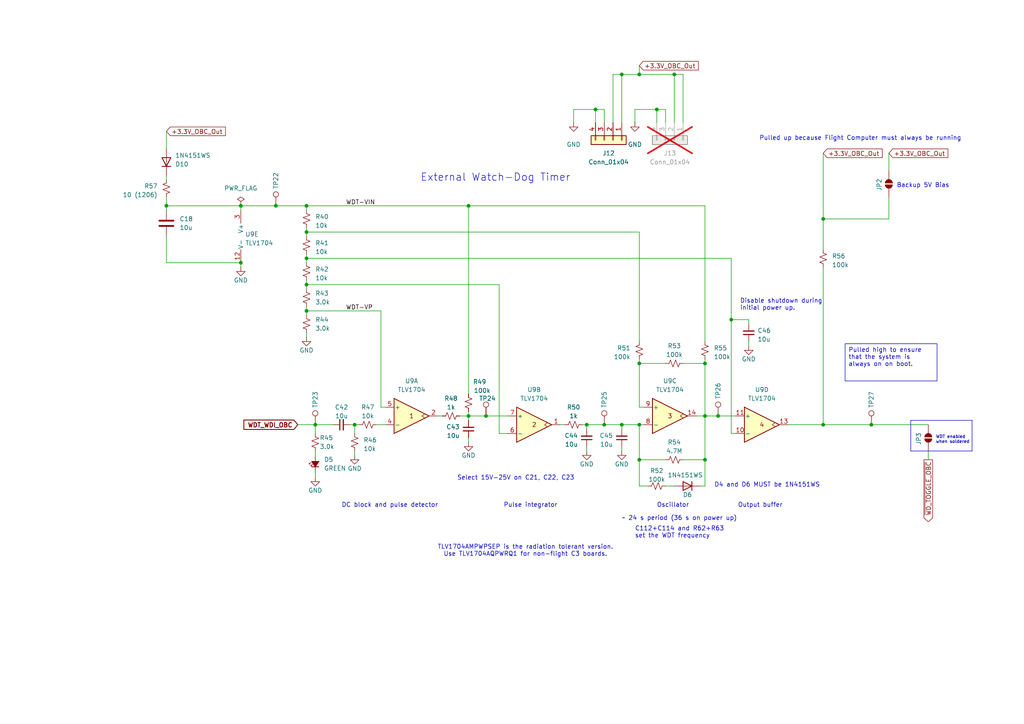
<source format=kicad_sch>
(kicad_sch (version 20250114) (generator "eeschema") (generator_version "9.0")
  (paper "A4")
  (lib_symbols
    (symbol "Connector:TestPoint" (pin_numbers (hide yes)) (pin_names (offset 0.762) (hide yes))
      (property "Reference" "TP" (at 0 6.858 0))
      (property "Value" "TestPoint" (at 0 5.08 0))
      (symbol "TestPoint_0_1"
        (circle (center 0 3.302) (radius 0.762))
      )
      (symbol "TestPoint_1_1"
        (pin passive line (at 0 0 90) (length 2.54) (name "1") (number "1"))
      )
    )
    (symbol "Connector_Generic:Conn_01x04" (pin_names (offset 1.016) (hide yes))
      (property "Reference" "J" (at 0 5.08 0))
      (property "Value" "Conn_01x04" (at 0 -7.62 0))
      (symbol "Conn_01x04_1_1"
        (rectangle (start -1.27 3.81) (end 1.27 -6.35) (stroke (width 0.254)) (fill (type background)))
        (rectangle (start -1.27 2.667) (end 0 2.413) (stroke (width 0.1524)))
        (rectangle (start -1.27 0.127) (end 0 -0.127) (stroke (width 0.1524)))
        (rectangle (start -1.27 -2.413) (end 0 -2.667) (stroke (width 0.1524)))
        (rectangle (start -1.27 -4.953) (end 0 -5.207) (stroke (width 0.1524)))
        (pin passive line (at -5.08 2.54 0) (length 3.81) (name "Pin_1") (number "1"))
        (pin passive line (at -5.08 0 0) (length 3.81) (name "Pin_2") (number "2"))
        (pin passive line (at -5.08 -2.54 0) (length 3.81) (name "Pin_3") (number "3"))
        (pin passive line (at -5.08 -5.08 0) (length 3.81) (name "Pin_4") (number "4"))
      )
    )
    (symbol "Device:C" (pin_numbers (hide yes)) (pin_names (offset 0.254))
      (property "Reference" "C" (at 0.635 2.54 0))
      (property "Value" "C" (at 0.635 -2.54 0))
      (symbol "C_0_1"
        (polyline (pts (xy -2.032 0.762) (xy 2.032 0.762)) (stroke (width 0.508)))
        (polyline (pts (xy -2.032 -0.762) (xy 2.032 -0.762)) (stroke (width 0.508)))
      )
      (symbol "C_1_1"
        (pin passive line (at 0 3.81 270) (length 2.794) (name "~") (number "1"))
        (pin passive line (at 0 -3.81 90) (length 2.794) (name "~") (number "2"))
      )
    )
    (symbol "Device:C_Small" (pin_numbers (hide yes)) (pin_names (offset 0.254) (hide yes))
      (property "Reference" "C" (at 0.254 1.778 0))
      (property "Value" "C_Small" (at 0.254 -2.032 0))
      (symbol "C_Small_0_1"
        (polyline (pts (xy -1.524 0.508) (xy 1.524 0.508)) (stroke (width 0.3048)))
        (polyline (pts (xy -1.524 -0.508) (xy 1.524 -0.508)) (stroke (width 0.3302)))
      )
      (symbol "C_Small_1_1"
        (pin passive line (at 0 2.54 270) (length 2.032) (name "~") (number "1"))
        (pin passive line (at 0 -2.54 90) (length 2.032) (name "~") (number "2"))
      )
    )
    (symbol "Device:D" (pin_numbers (hide yes)) (pin_names (offset 1.016) (hide yes))
      (property "Reference" "D" (at 0 2.54 0))
      (property "Value" "D" (at 0 -2.54 0))
      (symbol "D_0_1"
        (polyline (pts (xy -1.27 1.27) (xy -1.27 -1.27)) (stroke (width 0.254)))
        (polyline (pts (xy 1.27 1.27) (xy 1.27 -1.27) (xy -1.27 0) (xy 1.27 1.27)) (stroke (width 0.254)))
        (polyline (pts (xy 1.27 0) (xy -1.27 0)))
      )
      (symbol "D_1_1"
        (pin passive line (at -3.81 0 0) (length 2.54) (name "K") (number "1"))
        (pin passive line (at 3.81 0 180) (length 2.54) (name "A") (number "2"))
      )
    )
    (symbol "Device:LED_Small_Filled" (pin_numbers (hide yes)) (pin_names (offset 0.254) (hide yes))
      (property "Reference" "D" (at -1.27 3.175 0))
      (property "Value" "LED_Small_Filled" (at -4.445 -2.54 0))
      (symbol "LED_Small_Filled_0_1"
        (polyline (pts (xy -0.762 -1.016) (xy -0.762 1.016)) (stroke (width 0.254)))
        (polyline (pts (xy 0 0.762) (xy -0.508 1.27) (xy -0.254 1.27) (xy -0.508 1.27) (xy -0.508 1.016)))
        (polyline (pts (xy 0.508 1.27) (xy 0 1.778) (xy 0.254 1.778) (xy 0 1.778) (xy 0 1.524)))
        (polyline (pts (xy 0.762 -1.016) (xy -0.762 0) (xy 0.762 1.016) (xy 0.762 -1.016)) (stroke (width 0.254)) (fill (type outline)))
        (polyline (pts (xy 1.016 0) (xy -0.762 0)))
      )
      (symbol "LED_Small_Filled_1_1"
        (pin passive line (at -2.54 0 0) (length 1.778) (name "K") (number "1"))
        (pin passive line (at 2.54 0 180) (length 1.778) (name "A") (number "2"))
      )
    )
    (symbol "Device:R_Small_US" (pin_numbers (hide yes)) (pin_names (offset 0.254) (hide yes))
      (property "Reference" "R" (at 0.762 0.508 0))
      (property "Value" "R_Small_US" (at 0.762 -1.016 0))
      (symbol "R_Small_US_1_1"
        (polyline (pts (xy 0 1.524) (xy 1.016 1.143) (xy 0 0.762) (xy -1.016 0.381) (xy 0 0)))
        (polyline (pts (xy 0 0) (xy 1.016 -0.381) (xy 0 -0.762) (xy -1.016 -1.143) (xy 0 -1.524)))
        (pin passive line (at 0 2.54 270) (length 1.016) (name "~") (number "1"))
        (pin passive line (at 0 -2.54 90) (length 1.016) (name "~") (number "2"))
      )
    )
    (symbol "Jumper:SolderJumper_2_Open" (pin_numbers (hide yes)) (pin_names (offset 0) (hide yes)) (exclude_from_sim yes) (in_bom no)
      (property "Reference" "JP" (at 0 2.032 0))
      (property "Value" "SolderJumper_2_Open" (at 0 -2.54 0))
      (symbol "SolderJumper_2_Open_0_1"
        (polyline (pts (xy -0.254 1.016) (xy -0.254 -1.016)))
        (arc (start -0.254 -1.016) (mid -1.2656 0) (end -0.254 1.016))
        (arc (start -0.254 -1.016) (mid -1.2656 0) (end -0.254 1.016) (fill (type outline)))
        (arc (start 0.254 1.016) (mid 1.2656 0) (end 0.254 -1.016))
        (arc (start 0.254 1.016) (mid 1.2656 0) (end 0.254 -1.016) (fill (type outline)))
        (polyline (pts (xy 0.254 1.016) (xy 0.254 -1.016)))
      )
      (symbol "SolderJumper_2_Open_1_1"
        (pin passive line (at -3.81 0 0) (length 2.54) (name "A") (number "1"))
        (pin passive line (at 3.81 0 180) (length 2.54) (name "B") (number "2"))
      )
    )
    (symbol "TLV1704:TLV1704AIPWR" (pin_names (offset 0.127))
      (property "Reference" "U4" (at 0 8.89 0))
      (property "Value" "TLV1704" (at 0 6.35 0))
      (symbol "TLV1704AIPWR_1_1"
        (polyline (pts (xy -5.08 5.08) (xy 5.08 0) (xy -5.08 -5.08) (xy -5.08 5.08)) (stroke (width 0.254)) (fill (type background)))
        (polyline (pts (xy 3.048 0) (xy 3.81 -0.635)))
        (polyline (pts (xy 3.81 0.635) (xy 3.048 0)))
        (text "1" (at 0 0 0) (effects (font (size 1.27 1.27))))
        (pin input line (at -7.62 2.54 0) (length 2.54) (name "+") (number "5"))
        (pin input line (at -7.62 -2.54 0) (length 2.54) (name "-") (number "4"))
        (pin open_collector line (at 7.62 0 180) (length 2.54) (name "~") (number "2"))
      )
      (symbol "TLV1704AIPWR_2_1"
        (polyline (pts (xy -5.08 5.08) (xy 5.08 0) (xy -5.08 -5.08) (xy -5.08 5.08)) (stroke (width 0.254)) (fill (type background)))
        (polyline (pts (xy 3.048 0) (xy 3.81 -0.635)))
        (polyline (pts (xy 3.81 0.635) (xy 3.048 0)))
        (text "2" (at 0 0 0) (effects (font (size 1.27 1.27))))
        (pin input line (at -7.62 2.54 0) (length 2.54) (name "+") (number "7"))
        (pin input line (at -7.62 -2.54 0) (length 2.54) (name "-") (number "6"))
        (pin open_collector line (at 7.62 0 180) (length 2.54) (name "~") (number "1"))
      )
      (symbol "TLV1704AIPWR_3_1"
        (polyline (pts (xy -5.08 5.08) (xy 5.08 0) (xy -5.08 -5.08) (xy -5.08 5.08)) (stroke (width 0.254)) (fill (type background)))
        (polyline (pts (xy 3.048 0) (xy 3.81 -0.635)))
        (polyline (pts (xy 3.81 0.635) (xy 3.048 0)))
        (text "3" (at 0 0 0) (effects (font (size 1.27 1.27))))
        (pin input line (at -7.62 2.54 0) (length 2.54) (name "+") (number "9"))
        (pin input line (at -7.62 -2.54 0) (length 2.54) (name "-") (number "8"))
        (pin open_collector line (at 7.62 0 180) (length 2.54) (name "~") (number "14"))
      )
      (symbol "TLV1704AIPWR_4_1"
        (polyline (pts (xy -5.08 5.08) (xy 5.08 0) (xy -5.08 -5.08) (xy -5.08 5.08)) (stroke (width 0.254)) (fill (type background)))
        (polyline (pts (xy 3.048 0) (xy 3.81 -0.635)))
        (polyline (pts (xy 3.81 0.635) (xy 3.048 0)))
        (text "4" (at 0 0 0) (effects (font (size 1.27 1.27))))
        (pin input line (at -7.62 2.54 0) (length 2.54) (name "+") (number "11"))
        (pin input line (at -7.62 -2.54 0) (length 2.54) (name "-") (number "10"))
        (pin open_collector line (at 7.62 0 180) (length 2.54) (name "~") (number "13"))
      )
      (symbol "TLV1704AIPWR_5_1"
        (pin power_in line (at -2.54 7.62 270) (length 3.81) (name "V+") (number "3"))
        (pin power_in line (at -2.54 -7.62 90) (length 3.81) (name "V-") (number "12"))
      )
    )
    (symbol "power:GND" (power) (pin_numbers (hide yes)) (pin_names (offset 0) (hide yes))
      (property "Value" "GND" (at 0 -3.81 0))
      (symbol "GND_0_1"
        (polyline (pts (xy 0 0) (xy 0 -1.27) (xy 1.27 -1.27) (xy 0 -2.54) (xy -1.27 -1.27) (xy 0 -1.27)))
      )
      (symbol "GND_1_1"
        (pin power_in line (at 0 0 270) (length 0) (name "~") (number "1"))
      )
    )
    (symbol "power:PWR_FLAG" (power) (pin_numbers (hide yes)) (pin_names (offset 0) (hide yes))
      (property "Value" "PWR_FLAG" (at 0 3.81 0))
      (symbol "PWR_FLAG_0_0"
        (pin power_out line (at 0 0 90) (length 0) (name "~") (number "1"))
      )
      (symbol "PWR_FLAG_0_1"
        (polyline (pts (xy 0 0) (xy 0 1.27) (xy -1.016 1.905) (xy 0 2.54) (xy 1.016 1.905) (xy 0 1.27)))
      )
    )
  )
  (text "TLV1704AMPWPSEP is the radiation tolerant version.\nUse TLV1704AQPWRQ1 for non-flight C3 boards." (at 152.4 159.766 0) (effects (font (size 1.27 1.27))))
  (text "Backup 5V Bias" (at 267.716 53.848 0) (effects (font (size 1.27 1.27))))
  (text "Pulled up because Flight Computer must always be running" (at 220.218 40.894 0) (effects (font (size 1.27 1.27)) (justify left bottom)))
  (text "Oscillator" (at 190.5 147.32 0) (effects (font (size 1.27 1.27)) (justify left bottom)))
  (text "External Watch-Dog Timer" (at 121.92 52.832 0) (effects (font (size 2.159 2.159)) (justify left bottom)))
  (text "Disable shutdown during\ninitial power up." (at 214.63 90.17 0) (effects (font (size 1.27 1.27)) (justify left bottom)))
  (text "Pulse integrator" (at 146.05 147.32 0) (effects (font (size 1.27 1.27)) (justify left bottom)))
  (text "C112+C114 and R62+R63 \nset the WDT frequency" (at 184.15 156.21 0) (effects (font (size 1.27 1.27)) (justify left bottom)))
  (text "~ 24 s period (36 s on power up)" (at 180.34 151.13 0) (effects (font (size 1.27 1.27)) (justify left bottom)))
  (text "D4 and D6 MUST be 1N4151WS" (at 222.504 140.716 0) (effects (font (size 1.27 1.27))))
  (text "Select 15V-25V on C21, C22, C23" (at 149.606 138.684 0) (effects (font (size 1.27 1.27))))
  (text "Output buffer" (at 213.995 147.32 0) (effects (font (size 1.27 1.27)) (justify left bottom)))
  (text "WDT enabled\nwhen soldered" (at 271.399 128.778 0) (effects (font (size 0.889 0.889)) (justify left bottom)))
  (text "DC block and pulse detector" (at 99.06 147.32 0) (effects (font (size 1.27 1.27)) (justify left bottom)))
  (text_box "Pulled high to ensure that the system is always on on boot." (at 245.11 99.695 0) (size 26.67 10.795) (margins 0.9525 0.9525 0.9525 0.9525) (effects (font (size 1.27 1.27)) (justify left top)))
  (junction (at 80.01 59.69))
  (junction (at 238.76 63.5))
  (junction (at 140.97 120.65))
  (junction (at 102.87 123.19))
  (junction (at 180.34 21.59))
  (junction (at 204.47 120.65))
  (junction (at 88.9 74.93))
  (junction (at 204.47 105.41))
  (junction (at 88.9 90.17))
  (junction (at 204.47 133.35))
  (junction (at 185.42 105.41))
  (junction (at 185.42 133.35))
  (junction (at 180.34 123.19))
  (junction (at 172.72 31.75))
  (junction (at 135.89 59.69))
  (junction (at 195.58 21.59))
  (junction (at 48.26 59.69))
  (junction (at 185.42 123.19))
  (junction (at 88.9 59.69))
  (junction (at 91.44 123.19))
  (junction (at 175.26 123.19))
  (junction (at 69.85 59.69))
  (junction (at 170.18 123.19))
  (junction (at 69.85 76.2))
  (junction (at 212.09 92.71))
  (junction (at 190.5 31.75))
  (junction (at 185.42 21.59))
  (junction (at 208.28 120.65))
  (junction (at 252.73 123.19))
  (junction (at 135.89 120.65))
  (junction (at 88.9 67.31))
  (junction (at 238.76 123.19))
  (junction (at 88.9 82.55))
  (wire (pts (xy 88.9 82.55) (xy 88.9 83.82)))
  (wire (pts (xy 257.81 44.45) (xy 257.81 49.53)))
  (wire (pts (xy 208.28 120.65) (xy 213.36 120.65)))
  (wire (pts (xy 88.9 90.17) (xy 88.9 91.44)))
  (wire (pts (xy 217.17 100.33) (xy 217.17 99.06)))
  (wire (pts (xy 140.97 120.65) (xy 147.32 120.65)))
  (wire (pts (xy 172.72 31.75) (xy 166.37 31.75)))
  (wire (pts (xy 48.26 59.69) (xy 48.26 60.96)))
  (wire (pts (xy 180.34 123.19) (xy 185.42 123.19)))
  (wire (pts (xy 69.85 77.47) (xy 69.85 76.2)))
  (wire (pts (xy 180.34 21.59) (xy 185.42 21.59)))
  (wire (pts (xy 88.9 90.17) (xy 110.49 90.17)))
  (wire (pts (xy 135.89 120.65) (xy 140.97 120.65)))
  (wire (pts (xy 204.47 140.97) (xy 204.47 133.35)))
  (wire (pts (xy 88.9 82.55) (xy 144.78 82.55)))
  (wire (pts (xy 110.49 90.17) (xy 110.49 118.11)))
  (wire (pts (xy 162.56 123.19) (xy 163.83 123.19)))
  (wire (pts (xy 88.9 67.31) (xy 185.42 67.31)))
  (wire (pts (xy 184.15 31.75) (xy 184.15 35.56)))
  (wire (pts (xy 212.09 92.71) (xy 217.17 92.71)))
  (wire (pts (xy 88.9 81.28) (xy 88.9 82.55)))
  (wire (pts (xy 177.8 21.59) (xy 180.34 21.59)))
  (wire (pts (xy 190.5 35.56) (xy 190.5 31.75)))
  (wire (pts (xy 212.09 92.71) (xy 212.09 125.73)))
  (wire (pts (xy 86.36 123.19) (xy 91.44 123.19)))
  (wire (pts (xy 204.47 104.14) (xy 204.47 105.41)))
  (wire (pts (xy 238.76 123.19) (xy 252.73 123.19)))
  (wire (pts (xy 217.17 93.98) (xy 217.17 92.71)))
  (wire (pts (xy 201.93 120.65) (xy 204.47 120.65)))
  (wire (pts (xy 48.26 76.2) (xy 69.85 76.2)))
  (wire (pts (xy 177.8 35.56) (xy 177.8 21.59)))
  (wire (pts (xy 102.87 130.81) (xy 102.87 132.08)))
  (wire (pts (xy 204.47 105.41) (xy 204.47 120.65)))
  (wire (pts (xy 133.35 120.65) (xy 135.89 120.65)))
  (wire (pts (xy 190.5 31.75) (xy 184.15 31.75)))
  (wire (pts (xy 175.26 31.75) (xy 175.26 35.56)))
  (wire (pts (xy 185.42 140.97) (xy 187.96 140.97)))
  (wire (pts (xy 198.12 35.56) (xy 198.12 21.59)))
  (wire (pts (xy 269.24 130.81) (xy 269.24 133.35)))
  (wire (pts (xy 238.76 63.5) (xy 238.76 72.39)))
  (wire (pts (xy 88.9 88.9) (xy 88.9 90.17)))
  (wire (pts (xy 228.6 123.19) (xy 238.76 123.19)))
  (wire (pts (xy 185.42 104.14) (xy 185.42 105.41)))
  (wire (pts (xy 238.76 44.45) (xy 238.76 63.5)))
  (wire (pts (xy 172.72 35.56) (xy 172.72 31.75)))
  (wire (pts (xy 204.47 120.65) (xy 208.28 120.65)))
  (wire (pts (xy 48.26 38.1) (xy 48.26 43.18)))
  (wire (pts (xy 185.42 140.97) (xy 185.42 133.35)))
  (wire (pts (xy 135.89 128.27) (xy 135.89 127)))
  (wire (pts (xy 88.9 73.66) (xy 88.9 74.93)))
  (wire (pts (xy 91.44 125.73) (xy 91.44 123.19)))
  (wire (pts (xy 257.81 63.5) (xy 238.76 63.5)))
  (wire (pts (xy 170.18 123.19) (xy 175.26 123.19)))
  (wire (pts (xy 185.42 99.06) (xy 185.42 67.31)))
  (wire (pts (xy 91.44 130.81) (xy 91.44 132.08)))
  (polyline (pts (xy 264.16 121.92) (xy 281.94 121.92)))
  (polyline (pts (xy 264.16 130.81) (xy 264.16 121.92)))
  (wire (pts (xy 193.04 31.75) (xy 193.04 35.56)))
  (wire (pts (xy 185.42 118.11) (xy 185.42 105.41)))
  (wire (pts (xy 193.04 133.35) (xy 185.42 133.35)))
  (wire (pts (xy 135.89 59.69) (xy 135.89 114.3)))
  (wire (pts (xy 135.89 120.65) (xy 135.89 121.92)))
  (wire (pts (xy 102.87 123.19) (xy 102.87 125.73)))
  (wire (pts (xy 48.26 50.8) (xy 48.26 52.07)))
  (wire (pts (xy 80.01 59.69) (xy 88.9 59.69)))
  (wire (pts (xy 257.81 57.15) (xy 257.81 63.5)))
  (wire (pts (xy 135.89 120.65) (xy 135.89 119.38)))
  (wire (pts (xy 203.2 140.97) (xy 204.47 140.97)))
  (wire (pts (xy 212.09 74.93) (xy 212.09 92.71)))
  (wire (pts (xy 198.12 133.35) (xy 204.47 133.35)))
  (wire (pts (xy 88.9 74.93) (xy 212.09 74.93)))
  (wire (pts (xy 69.85 60.96) (xy 69.85 59.69)))
  (wire (pts (xy 69.85 59.69) (xy 80.01 59.69)))
  (wire (pts (xy 88.9 67.31) (xy 88.9 68.58)))
  (wire (pts (xy 238.76 77.47) (xy 238.76 123.19)))
  (wire (pts (xy 48.26 57.15) (xy 48.26 59.69)))
  (wire (pts (xy 88.9 96.52) (xy 88.9 97.79)))
  (wire (pts (xy 135.89 59.69) (xy 88.9 59.69)))
  (wire (pts (xy 170.18 123.19) (xy 170.18 124.46)))
  (wire (pts (xy 198.12 105.41) (xy 204.47 105.41)))
  (wire (pts (xy 180.34 124.46) (xy 180.34 123.19)))
  (wire (pts (xy 135.89 59.69) (xy 204.47 59.69)))
  (polyline (pts (xy 281.94 121.92) (xy 281.94 130.81)))
  (wire (pts (xy 88.9 60.96) (xy 88.9 59.69)))
  (wire (pts (xy 91.44 138.43) (xy 91.44 137.16)))
  (wire (pts (xy 185.42 133.35) (xy 185.42 123.19)))
  (wire (pts (xy 88.9 74.93) (xy 88.9 76.2)))
  (wire (pts (xy 144.78 125.73) (xy 147.32 125.73)))
  (wire (pts (xy 180.34 130.81) (xy 180.34 129.54)))
  (wire (pts (xy 144.78 82.55) (xy 144.78 125.73)))
  (wire (pts (xy 252.73 123.19) (xy 269.24 123.19)))
  (wire (pts (xy 185.42 105.41) (xy 193.04 105.41)))
  (wire (pts (xy 166.37 31.75) (xy 166.37 35.56)))
  (wire (pts (xy 127 120.65) (xy 128.27 120.65)))
  (wire (pts (xy 48.26 68.58) (xy 48.26 76.2)))
  (wire (pts (xy 168.91 123.19) (xy 170.18 123.19)))
  (wire (pts (xy 195.58 21.59) (xy 185.42 21.59)))
  (wire (pts (xy 190.5 31.75) (xy 193.04 31.75)))
  (wire (pts (xy 172.72 31.75) (xy 175.26 31.75)))
  (wire (pts (xy 170.18 130.81) (xy 170.18 129.54)))
  (wire (pts (xy 186.69 118.11) (xy 185.42 118.11)))
  (wire (pts (xy 198.12 21.59) (xy 195.58 21.59)))
  (wire (pts (xy 101.6 123.19) (xy 102.87 123.19)))
  (wire (pts (xy 102.87 123.19) (xy 104.14 123.19)))
  (wire (pts (xy 204.47 99.06) (xy 204.47 59.69)))
  (wire (pts (xy 193.04 140.97) (xy 195.58 140.97)))
  (wire (pts (xy 195.58 35.56) (xy 195.58 21.59)))
  (wire (pts (xy 48.26 59.69) (xy 69.85 59.69)))
  (wire (pts (xy 185.42 21.59) (xy 185.42 19.05)))
  (wire (pts (xy 212.09 125.73) (xy 213.36 125.73)))
  (wire (pts (xy 204.47 133.35) (xy 204.47 120.65)))
  (wire (pts (xy 175.26 123.19) (xy 180.34 123.19)))
  (wire (pts (xy 180.34 21.59) (xy 180.34 35.56)))
  (wire (pts (xy 88.9 66.04) (xy 88.9 67.31)))
  (polyline (pts (xy 281.94 130.81) (xy 264.16 130.81)))
  (wire (pts (xy 185.42 123.19) (xy 186.69 123.19)))
  (wire (pts (xy 91.44 123.19) (xy 96.52 123.19)))
  (wire (pts (xy 110.49 118.11) (xy 111.76 118.11)))
  (wire (pts (xy 109.22 123.19) (xy 111.76 123.19)))
  (label "WDT-VP" (at 100.33 90.17 0))
  (label "WDT-VIN" (at 100.33 59.69 0))
  (global_label "+3.3V_OBC_Out" (shape input) (at 238.76 44.45 0) (property "Intersheetrefs" "${INTERSHEET_REFS}" (effects (hide yes))))
  (global_label "~{WD_TOGGLE_OBC}" (shape output) (at 269.24 133.35 270) (property "Intersheetrefs" "${INTERSHEET_REFS}" (effects (hide yes))))
  (global_label "WDT_WDI_OBC" (shape input) (at 86.36 123.19 180) (effects (font (thickness 0.254) (bold yes))) (property "Intersheetrefs" "${INTERSHEET_REFS}" (effects (hide yes))))
  (global_label "+3.3V_OBC_Out" (shape input) (at 48.26 38.1 0) (property "Intersheetrefs" "${INTERSHEET_REFS}" (effects (hide yes))))
  (global_label "+3.3V_OBC_Out" (shape input) (at 185.42 19.05 0) (property "Intersheetrefs" "${INTERSHEET_REFS}" (effects (hide yes))))
  (global_label "+3.3V_OBC_Out" (shape input) (at 257.81 44.45 0) (property "Intersheetrefs" "${INTERSHEET_REFS}" (effects (hide yes))))
  (symbol (lib_id "Device:R_Small_US") (at 88.9 78.74 0) (unit 1)
    (property "Reference" "R42" (at 91.44 78.105 0) (effects (justify left)))
    (property "Value" "10k" (at 91.44 80.645 0) (effects (justify left)))
    (property "Footprint" "Resistor_SMD:R_0603_1608Metric" (effects (hide yes)))
    (property "Description" "Resistor, small US symbol" (effects (hide yes)))
    (property "DPN" "RMCF0603FT10K0CT-ND" (effects (hide yes)))
    (property "DST" "Digi-Key" (effects (hide yes)))
    (property "MFR" "Stackpole Electronics Inc" (effects (hide yes)))
    (property "MPN" "RMCF0603FT10K0" (effects (hide yes)))
  )
  (symbol (lib_id "Connector:TestPoint") (at 140.97 120.65 0) (unit 1)
    (property "Reference" "TP24" (at 138.938 115.57 0) (effects (justify left)))
    (property "Value" "TestPoint" (effects (hide yes)))
    (property "Footprint" "TestPoint:TestPoint_Pad_1.0x1.0mm" (effects (hide yes)))
    (property "Description" "test point" (effects (hide yes)))
  )
  (symbol (lib_id "TLV1704:TLV1704AIPWR") (at 154.94 123.19 0) (unit 2)
    (property "Reference" "U9" (at 154.94 113.03 0))
    (property "Value" "TLV1704" (at 154.94 115.57 0))
    (property "Footprint" "Package_SO:TSSOP-14_4.4x5mm_P0.65mm" (effects (hide yes)))
    (property "Datasheet" "https://www.ti.com/lit/ds/symlink/tlv1704-sep.pdf" (effects (hide yes)))
    (property "Description" "Analog Comparators 2.2-V to 36-V, radiation tolerant microPower quad comparator in space enhanced plastic 14-TSSOP -55 to 125" (effects (hide yes)))
    (property "MFR" "Texas Instruments" (effects (hide yes)))
    (property "MPN" "TLV1704AQPWRQ1" (effects (hide yes)))
    (property "DST" "Digi-Key" (effects (hide yes)))
    (property "DPN" "296-43799-2-ND" (effects (hide yes)))
  )
  (symbol (lib_id "Device:R_Small_US") (at 195.58 133.35 270) (unit 1)
    (property "Reference" "R54" (at 195.58 128.27 90))
    (property "Value" "4.7M" (at 195.58 130.81 90))
    (property "Footprint" "Resistor_SMD:R_0603_1608Metric" (effects (hide yes)))
    (property "Description" "Resistor, small US symbol" (effects (hide yes)))
    (property "DPN" "RMCF0603FT4M70CT-ND" (effects (hide yes)))
    (property "DST" "Digi-Key" (effects (hide yes)))
    (property "MFR" "Stackpole Electronics Inc" (effects (hide yes)))
    (property "MPN" "RMCF0603FT4M70" (effects (hide yes)))
  )
  (symbol (lib_id "power:PWR_FLAG") (at 69.85 59.69 0) (unit 1)
    (property "Reference" "#FLG010" (effects (hide yes)))
    (property "Value" "PWR_FLAG" (at 69.85 54.61 0))
    (property "Description" "Special symbol for telling ERC where power comes from" (effects (hide yes)))
  )
  (symbol (lib_id "Device:R_Small_US") (at 190.5 140.97 270) (unit 1)
    (property "Reference" "R52" (at 190.5 136.525 90))
    (property "Value" "100k" (at 190.5 139.065 90))
    (property "Footprint" "Resistor_SMD:R_0603_1608Metric" (effects (hide yes)))
    (property "Description" "Resistor, small US symbol" (effects (hide yes)))
    (property "DPN" "RMCF0603FT100KCT-ND" (effects (hide yes)))
    (property "DST" "Digi-Key" (effects (hide yes)))
    (property "MFR" "Stackpole Electronics Inc" (effects (hide yes)))
    (property "MPN" "RMCF0603FT100K" (effects (hide yes)))
  )
  (symbol (lib_id "Jumper:SolderJumper_2_Open") (at 257.81 53.34 270) (unit 1)
    (property "Reference" "JP2" (at 255.016 53.594 0))
    (property "Value" "SolderJumper_2_Open" (effects (hide yes)))
    (property "Footprint" "Jumper:SolderJumper-2_P1.3mm_Open_RoundedPad1.0x1.5mm" (effects (hide yes)))
    (property "Description" "Solder Jumper, 2-pole, open" (effects (hide yes)))
  )
  (symbol (lib_id "power:GND") (at 102.87 132.08 0) (unit 1)
    (property "Reference" "#PWR052" (effects (hide yes)))
    (property "Value" "GND" (at 102.87 135.89 0))
    (property "Description" "Power symbol creates a global label with name \"GND\" , ground" (effects (hide yes)))
  )
  (symbol (lib_id "Device:LED_Small_Filled") (at 91.44 134.62 90) (unit 1)
    (property "Reference" "D5" (at 93.98 133.2865 90) (effects (justify right)))
    (property "Value" "GREEN" (at 93.98 135.8265 90) (effects (justify right)))
    (property "Footprint" "LED_SMD:LED_0603_1608Metric" (effects (hide yes)))
    (property "Description" "Light emitting diode, small symbol, filled shape" (effects (hide yes)))
    (property "DPN" "732-4971-1-ND" (effects (hide yes)))
    (property "DST" "Digi-Key" (effects (hide yes)))
    (property "MFR" "Wurth" (effects (hide yes)))
    (property "MPN" "150060GS75000" (effects (hide yes)))
    (property "Sim.Pins" "1=K 2=A" (effects (hide yes)))
  )
  (symbol (lib_id "Device:R_Small_US") (at 195.58 105.41 90) (unit 1)
    (property "Reference" "R53" (at 195.58 100.33 90))
    (property "Value" "100k" (at 195.58 102.87 90))
    (property "Footprint" "Resistor_SMD:R_0603_1608Metric" (effects (hide yes)))
    (property "Description" "Resistor, small US symbol" (effects (hide yes)))
    (property "DPN" "RMCF0603FT100KCT-ND" (effects (hide yes)))
    (property "DST" "Digi-Key" (effects (hide yes)))
    (property "MFR" "Stackpole Electronics Inc" (effects (hide yes)))
    (property "MPN" "RMCF0603FT100K" (effects (hide yes)))
  )
  (symbol (lib_id "Device:R_Small_US") (at 130.81 120.65 90) (unit 1)
    (property "Reference" "R48" (at 130.81 115.57 90))
    (property "Value" "1k" (at 130.81 118.11 90))
    (property "Footprint" "Resistor_SMD:R_0603_1608Metric" (effects (hide yes)))
    (property "Description" "Resistor, small US symbol" (effects (hide yes)))
    (property "DPN" "RMCF0603FT1K00CT-ND" (effects (hide yes)))
    (property "DST" "Digi-Key" (effects (hide yes)))
    (property "MFR" "Stackpole Electronics Inc" (effects (hide yes)))
    (property "MPN" "RMCF0603FT1K00" (effects (hide yes)))
  )
  (symbol (lib_id "power:GND") (at 69.85 77.47 0) (mirror y) (unit 1)
    (property "Reference" "#PWR049" (effects (hide yes)))
    (property "Value" "GND" (at 69.85 81.28 0))
    (property "Description" "Power symbol creates a global label with name \"GND\" , ground" (effects (hide yes)))
  )
  (symbol (lib_id "Connector_Generic:Conn_01x04") (at 195.58 40.64 270) (unit 1) (on_board no) (dnp yes)
    (property "Reference" "J13" (at 194.31 44.45 90))
    (property "Value" "Conn_01x04" (at 194.31 46.99 90))
    (property "Footprint" "Connector_PinSocket_2.54mm:PinSocket_1x04_P2.54mm_Vertical" (effects (hide yes)))
    (property "Description" "Generic connector, single row, 01x04, script generated (kicad-library-utils/schlib/autogen/connector/)" (effects (hide yes)))
  )
  (symbol (lib_id "Device:R_Small_US") (at 88.9 93.98 0) (unit 1)
    (property "Reference" "R44" (at 91.44 92.71 0) (effects (justify left)))
    (property "Value" "3.0k" (at 91.44 95.25 0) (effects (justify left)))
    (property "Footprint" "Resistor_SMD:R_0603_1608Metric" (effects (hide yes)))
    (property "Description" "Resistor, small US symbol" (effects (hide yes)))
    (property "DPN" "RMCF0603FT3K00CT-ND" (effects (hide yes)))
    (property "DST" "Digi-Key" (effects (hide yes)))
    (property "MFR" "Stackpole Electronics Inc" (effects (hide yes)))
    (property "MPN" "RMCF0603FT3K00" (effects (hide yes)))
  )
  (symbol (lib_id "Device:R_Small_US") (at 88.9 63.5 0) (unit 1)
    (property "Reference" "R40" (at 91.44 62.865 0) (effects (justify left)))
    (property "Value" "10k" (at 91.44 65.405 0) (effects (justify left)))
    (property "Footprint" "Resistor_SMD:R_0603_1608Metric" (effects (hide yes)))
    (property "Description" "Resistor, small US symbol" (effects (hide yes)))
    (property "DPN" "RMCF0603FT10K0CT-ND" (effects (hide yes)))
    (property "DST" "Digi-Key" (effects (hide yes)))
    (property "MFR" "Stackpole Electronics Inc" (effects (hide yes)))
    (property "MPN" "RMCF0603FT10K0" (effects (hide yes)))
  )
  (symbol (lib_id "Device:C_Small") (at 99.06 123.19 90) (unit 1)
    (property "Reference" "C42" (at 99.0663 118.11 90))
    (property "Value" "10u" (at 99.0663 120.65 90))
    (property "Footprint" "Resistor_SMD:R_1210_3225Metric" (effects (hide yes)))
    (property "Description" "Unpolarized capacitor, small symbol" (effects (hide yes)))
    (property "DPN" "490-12317-1-ND" (effects (hide yes)))
    (property "DST" "Digi-Key" (effects (hide yes)))
    (property "MFR" "Murata" (effects (hide yes)))
    (property "MPN" "GRT188R61C106KE13D" (effects (hide yes)))
  )
  (symbol (lib_id "Device:R_Small_US") (at 102.87 128.27 0) (unit 1)
    (property "Reference" "R46" (at 105.41 127.635 0) (effects (justify left)))
    (property "Value" "10k" (at 105.41 130.175 0) (effects (justify left)))
    (property "Footprint" "Resistor_SMD:R_0603_1608Metric" (effects (hide yes)))
    (property "Description" "Resistor, small US symbol" (effects (hide yes)))
    (property "DPN" "RMCF0603FT10K0CT-ND" (effects (hide yes)))
    (property "DST" "Digi-Key" (effects (hide yes)))
    (property "MFR" "Stackpole Electronics Inc" (effects (hide yes)))
    (property "MPN" "RMCF0603FT10K0" (effects (hide yes)))
  )
  (symbol (lib_id "power:GND") (at 135.89 128.27 0) (unit 1)
    (property "Reference" "#PWR053" (effects (hide yes)))
    (property "Value" "GND" (at 135.89 132.08 0))
    (property "Description" "Power symbol creates a global label with name \"GND\" , ground" (effects (hide yes)))
  )
  (symbol (lib_id "power:GND") (at 91.44 138.43 0) (unit 1)
    (property "Reference" "#PWR051" (effects (hide yes)))
    (property "Value" "GND" (at 91.44 142.24 0))
    (property "Description" "Power symbol creates a global label with name \"GND\" , ground" (effects (hide yes)))
  )
  (symbol (lib_id "Connector:TestPoint") (at 175.26 123.19 0) (unit 1)
    (property "Reference" "TP25" (at 175.26 118.364 90) (effects (justify left)))
    (property "Value" "TestPoint" (effects (hide yes)))
    (property "Footprint" "TestPoint:TestPoint_Pad_1.0x1.0mm" (effects (hide yes)))
    (property "Description" "test point" (effects (hide yes)))
  )
  (symbol (lib_id "Device:C_Small") (at 170.18 127 0) (mirror x) (unit 1)
    (property "Reference" "C44" (at 167.64 126.3586 0) (effects (justify right)))
    (property "Value" "10u" (at 167.64 128.8986 0) (effects (justify right)))
    (property "Footprint" "Resistor_SMD:R_1210_3225Metric" (effects (hide yes)))
    (property "Description" "Unpolarized capacitor, small symbol" (effects (hide yes)))
    (property "DPN" "490-12317-1-ND" (effects (hide yes)))
    (property "DST" "Digi-Key" (effects (hide yes)))
    (property "MFR" "Murata" (effects (hide yes)))
    (property "MPN" "GRT188R61C106KE13D" (effects (hide yes)))
  )
  (symbol (lib_id "power:GND") (at 184.15 35.56 0) (unit 1)
    (property "Reference" "#PWR057" (effects (hide yes)))
    (property "Value" "GND" (at 184.15 41.91 0))
    (property "Description" "Power symbol creates a global label with name \"GND\" , ground" (effects (hide yes)))
  )
  (symbol (lib_id "Connector_Generic:Conn_01x04") (at 177.8 40.64 270) (unit 1)
    (property "Reference" "J12" (at 176.53 44.45 90))
    (property "Value" "Conn_01x04" (at 176.53 46.99 90))
    (property "Footprint" "Connector_PinSocket_2.54mm:PinSocket_1x04_P2.54mm_Vertical" (effects (hide yes)))
    (property "Description" "Generic connector, single row, 01x04, script generated (kicad-library-utils/schlib/autogen/connector/)" (effects (hide yes)))
  )
  (symbol (lib_id "Device:R_Small_US") (at 91.44 128.27 0) (unit 1)
    (property "Reference" "R45" (at 92.71 127 0) (effects (justify left)))
    (property "Value" "3.0k" (at 92.71 129.54 0) (effects (justify left)))
    (property "Footprint" "Resistor_SMD:R_0603_1608Metric" (effects (hide yes)))
    (property "Description" "Resistor, small US symbol" (effects (hide yes)))
    (property "DPN" "RMCF0603FT3K00CT-ND" (effects (hide yes)))
    (property "DST" "Digi-Key" (effects (hide yes)))
    (property "MFR" "Stackpole Electronics Inc" (effects (hide yes)))
    (property "MPN" "RMCF0603FT3K00" (effects (hide yes)))
  )
  (symbol (lib_id "Connector:TestPoint") (at 252.73 123.19 0) (unit 1)
    (property "Reference" "TP27" (at 252.73 118.364 90) (effects (justify left)))
    (property "Value" "TestPoint" (effects (hide yes)))
    (property "Footprint" "TestPoint:TestPoint_Pad_1.0x1.0mm" (effects (hide yes)))
    (property "Description" "test point" (effects (hide yes)))
  )
  (symbol (lib_id "Jumper:SolderJumper_2_Open") (at 269.24 127 270) (unit 1)
    (property "Reference" "JP3" (at 266.446 127.254 0))
    (property "Value" "SolderJumper_2_Open" (effects (hide yes)))
    (property "Footprint" "Jumper:SolderJumper-2_P1.3mm_Open_RoundedPad1.0x1.5mm" (effects (hide yes)))
    (property "Description" "Solder Jumper, 2-pole, open" (effects (hide yes)))
  )
  (symbol (lib_id "TLV1704:TLV1704AIPWR") (at 194.31 120.65 0) (unit 3)
    (property "Reference" "U9" (at 194.31 110.49 0))
    (property "Value" "TLV1704" (at 194.31 113.03 0))
    (property "Footprint" "Package_SO:TSSOP-14_4.4x5mm_P0.65mm" (effects (hide yes)))
    (property "Datasheet" "https://www.ti.com/lit/ds/symlink/tlv1704-sep.pdf" (effects (hide yes)))
    (property "Description" "Analog Comparators 2.2-V to 36-V, radiation tolerant microPower quad comparator in space enhanced plastic 14-TSSOP -55 to 125" (effects (hide yes)))
    (property "MFR" "Texas Instruments" (effects (hide yes)))
    (property "MPN" "TLV1704AQPWRQ1" (effects (hide yes)))
    (property "DST" "Digi-Key" (effects (hide yes)))
    (property "DPN" "296-43799-2-ND" (effects (hide yes)))
  )
  (symbol (lib_id "Device:R_Small_US") (at 88.9 71.12 0) (unit 1)
    (property "Reference" "R41" (at 91.44 70.485 0) (effects (justify left)))
    (property "Value" "10k" (at 91.44 73.025 0) (effects (justify left)))
    (property "Footprint" "Resistor_SMD:R_0603_1608Metric" (effects (hide yes)))
    (property "Description" "Resistor, small US symbol" (effects (hide yes)))
    (property "DPN" "RMCF0603FT10K0CT-ND" (effects (hide yes)))
    (property "DST" "Digi-Key" (effects (hide yes)))
    (property "MFR" "Stackpole Electronics Inc" (effects (hide yes)))
    (property "MPN" "RMCF0603FT10K0" (effects (hide yes)))
  )
  (symbol (lib_id "power:GND") (at 180.34 130.81 0) (mirror y) (unit 1)
    (property "Reference" "#PWR056" (effects (hide yes)))
    (property "Value" "GND" (at 180.34 134.62 0))
    (property "Description" "Power symbol creates a global label with name \"GND\" , ground" (effects (hide yes)))
  )
  (symbol (lib_id "Connector:TestPoint") (at 80.01 59.69 0) (unit 1)
    (property "Reference" "TP22" (at 80.01 54.864 90) (effects (justify left)))
    (property "Value" "TestPoint" (effects (hide yes)))
    (property "Footprint" "TestPoint:TestPoint_Pad_1.0x1.0mm" (effects (hide yes)))
    (property "Description" "test point" (effects (hide yes)))
  )
  (symbol (lib_id "Device:C_Small") (at 180.34 127 0) (mirror x) (unit 1)
    (property "Reference" "C45" (at 177.8 126.3586 0) (effects (justify right)))
    (property "Value" "10u" (at 177.8 128.8986 0) (effects (justify right)))
    (property "Footprint" "Resistor_SMD:R_1210_3225Metric" (effects (hide yes)))
    (property "Description" "Unpolarized capacitor, small symbol" (effects (hide yes)))
    (property "DPN" "490-12317-1-ND" (effects (hide yes)))
    (property "DST" "Digi-Key" (effects (hide yes)))
    (property "MFR" "Murata" (effects (hide yes)))
    (property "MPN" "GRT188R61C106KE13D" (effects (hide yes)))
  )
  (symbol (lib_id "TLV1704:TLV1704AIPWR") (at 72.39 68.58 0) (unit 5)
    (property "Reference" "U9" (at 71.12 67.945 0) (effects (justify left)))
    (property "Value" "TLV1704" (at 71.12 70.485 0) (effects (justify left)))
    (property "Footprint" "Package_SO:TSSOP-14_4.4x5mm_P0.65mm" (effects (hide yes)))
    (property "Datasheet" "https://www.ti.com/lit/ds/symlink/tlv1704-sep.pdf" (effects (hide yes)))
    (property "Description" "Analog Comparators 2.2-V to 36-V, radiation tolerant microPower quad comparator in space enhanced plastic 14-TSSOP -55 to 125" (effects (hide yes)))
    (property "MFR" "Texas Instruments" (effects (hide yes)))
    (property "MPN" "TLV1704AQPWRQ1" (effects (hide yes)))
    (property "DST" "Digi-Key" (effects (hide yes)))
    (property "DPN" "296-43799-2-ND" (effects (hide yes)))
  )
  (symbol (lib_id "Device:R_Small_US") (at 238.76 74.93 180) (unit 1)
    (property "Reference" "R56" (at 241.3 74.295 0) (effects (justify right)))
    (property "Value" "100k" (at 241.3 76.835 0) (effects (justify right)))
    (property "Footprint" "Resistor_SMD:R_0603_1608Metric" (effects (hide yes)))
    (property "Description" "Resistor, small US symbol" (effects (hide yes)))
    (property "DPN" "RMCF0603FT100KCT-ND" (effects (hide yes)))
    (property "DST" "Digi-Key" (effects (hide yes)))
    (property "MFR" "Stackpole Electronics Inc" (effects (hide yes)))
    (property "MPN" "RMCF0603FT100K" (effects (hide yes)))
  )
  (symbol (lib_id "Device:R_Small_US") (at 48.26 54.61 0) (mirror y) (unit 1)
    (property "Reference" "R57" (at 45.72 53.975 0) (effects (justify left)))
    (property "Value" "10 (1206)" (at 45.72 56.515 0) (effects (justify left)))
    (property "Footprint" "Resistor_SMD:R_1206_3216Metric" (effects (hide yes)))
    (property "Description" "Resistor, small US symbol" (effects (hide yes)))
    (property "DPN" "RHM10.0AFCT-ND" (effects (hide yes)))
    (property "DST" "Digi-Key" (effects (hide yes)))
    (property "MFR" "Rohm Semiconductor" (effects (hide yes)))
    (property "MPN" "ESR18EZPF10R0" (effects (hide yes)))
  )
  (symbol (lib_id "Device:C") (at 48.26 64.77 0) (unit 1)
    (property "Reference" "C18" (at 52.07 63.4999 0) (effects (justify left)))
    (property "Value" "10u" (at 52.07 66.0399 0) (effects (justify left)))
    (property "Footprint" "Resistor_SMD:R_1210_3225Metric" (effects (hide yes)))
    (property "Description" "Unpolarized capacitor" (effects (hide yes)))
  )
  (symbol (lib_id "Device:C_Small") (at 217.17 96.52 180) (unit 1)
    (property "Reference" "C46" (at 219.71 95.8786 0) (effects (justify right)))
    (property "Value" "10u" (at 219.71 98.4186 0) (effects (justify right)))
    (property "Footprint" "Resistor_SMD:R_1210_3225Metric" (effects (hide yes)))
    (property "Description" "Unpolarized capacitor, small symbol" (effects (hide yes)))
    (property "DPN" "490-12317-1-ND" (effects (hide yes)))
    (property "DST" "Digi-Key" (effects (hide yes)))
    (property "MFR" "Murata" (effects (hide yes)))
    (property "MPN" "GRT188R61C106KE13D" (effects (hide yes)))
  )
  (symbol (lib_id "Connector:TestPoint") (at 208.28 120.65 0) (unit 1)
    (property "Reference" "TP26" (at 208.28 115.824 90) (effects (justify left)))
    (property "Value" "TestPoint" (effects (hide yes)))
    (property "Footprint" "TestPoint:TestPoint_Pad_1.0x1.0mm" (effects (hide yes)))
    (property "Description" "test point" (effects (hide yes)))
  )
  (symbol (lib_id "Device:R_Small_US") (at 204.47 101.6 180) (unit 1)
    (property "Reference" "R55" (at 207.01 100.965 0) (effects (justify right)))
    (property "Value" "100k" (at 207.01 103.505 0) (effects (justify right)))
    (property "Footprint" "Resistor_SMD:R_0603_1608Metric" (effects (hide yes)))
    (property "Description" "Resistor, small US symbol" (effects (hide yes)))
    (property "DPN" "RMCF0603FT100KCT-ND" (effects (hide yes)))
    (property "DST" "Digi-Key" (effects (hide yes)))
    (property "MFR" "Stackpole Electronics Inc" (effects (hide yes)))
    (property "MPN" "RMCF0603FT100K" (effects (hide yes)))
  )
  (symbol (lib_id "power:GND") (at 170.18 130.81 0) (mirror y) (unit 1)
    (property "Reference" "#PWR055" (effects (hide yes)))
    (property "Value" "GND" (at 170.18 134.62 0))
    (property "Description" "Power symbol creates a global label with name \"GND\" , ground" (effects (hide yes)))
  )
  (symbol (lib_id "Device:R_Small_US") (at 185.42 101.6 0) (mirror x) (unit 1)
    (property "Reference" "R51" (at 182.88 100.965 0) (effects (justify right)))
    (property "Value" "100k" (at 182.88 103.505 0) (effects (justify right)))
    (property "Footprint" "Resistor_SMD:R_0603_1608Metric" (effects (hide yes)))
    (property "Description" "Resistor, small US symbol" (effects (hide yes)))
    (property "DPN" "RMCF0603FT100KCT-ND" (effects (hide yes)))
    (property "DST" "Digi-Key" (effects (hide yes)))
    (property "MFR" "Stackpole Electronics Inc" (effects (hide yes)))
    (property "MPN" "RMCF0603FT100K" (effects (hide yes)))
  )
  (symbol (lib_id "Device:R_Small_US") (at 88.9 86.36 0) (unit 1)
    (property "Reference" "R43" (at 91.44 85.09 0) (effects (justify left)))
    (property "Value" "3.0k" (at 91.44 87.63 0) (effects (justify left)))
    (property "Footprint" "Resistor_SMD:R_0603_1608Metric" (effects (hide yes)))
    (property "Description" "Resistor, small US symbol" (effects (hide yes)))
    (property "DPN" "RMCF0603FT3K00CT-ND" (effects (hide yes)))
    (property "DST" "Digi-Key" (effects (hide yes)))
    (property "MFR" "Stackpole Electronics Inc" (effects (hide yes)))
    (property "MPN" "RMCF0603FT3K00" (effects (hide yes)))
  )
  (symbol (lib_id "Device:D") (at 199.39 140.97 180) (unit 1)
    (property "Reference" "D6" (at 199.39 143.51 0))
    (property "Value" "1N4151WS" (at 198.755 137.795 0))
    (property "Footprint" "Diode_SMD:D_SOD-323" (effects (hide yes)))
    (property "Description" "Diode" (effects (hide yes)))
    (property "DPN" "112-1N4151WS-E3-08CT-ND" (effects (hide yes)))
    (property "DST" "Digi-Key" (effects (hide yes)))
    (property "MFR" "Vishay" (effects (hide yes)))
    (property "MPN" "1N4151WS-E3-08" (effects (hide yes)))
    (property "Sim.Device" "D" (effects (hide yes)))
    (property "Sim.Pins" "1=K 2=A" (effects (hide yes)))
  )
  (symbol (lib_id "TLV1704:TLV1704AIPWR") (at 220.98 123.19 0) (unit 4)
    (property "Reference" "U9" (at 220.98 113.03 0))
    (property "Value" "TLV1704" (at 220.98 115.57 0))
    (property "Footprint" "Package_SO:TSSOP-14_4.4x5mm_P0.65mm" (effects (hide yes)))
    (property "Datasheet" "https://www.ti.com/lit/ds/symlink/tlv1704-sep.pdf" (effects (hide yes)))
    (property "Description" "Analog Comparators 2.2-V to 36-V, radiation tolerant microPower quad comparator in space enhanced plastic 14-TSSOP -55 to 125" (effects (hide yes)))
    (property "MFR" "Texas Instruments" (effects (hide yes)))
    (property "MPN" "TLV1704AQPWRQ1" (effects (hide yes)))
    (property "DST" "Digi-Key" (effects (hide yes)))
    (property "DPN" "296-43799-2-ND" (effects (hide yes)))
  )
  (symbol (lib_id "Device:D") (at 48.26 46.99 270) (mirror x) (unit 1)
    (property "Reference" "D10" (at 50.8 47.625 90) (effects (justify left)))
    (property "Value" "1N4151WS" (at 50.8 45.085 90) (effects (justify left)))
    (property "Footprint" "Diode_SMD:D_SOD-323" (effects (hide yes)))
    (property "Description" "Diode" (effects (hide yes)))
    (property "DPN" "112-1N4151WS-E3-08CT-ND" (effects (hide yes)))
    (property "DST" "Digi-Key" (effects (hide yes)))
    (property "MFR" "Vishay" (effects (hide yes)))
    (property "MPN" "1N4151WS-E3-08" (effects (hide yes)))
    (property "Sim.Device" "D" (effects (hide yes)))
    (property "Sim.Pins" "1=K 2=A" (effects (hide yes)))
  )
  (symbol (lib_id "Connector:TestPoint") (at 91.44 123.19 0) (unit 1)
    (property "Reference" "TP23" (at 91.44 118.364 90) (effects (justify left)))
    (property "Value" "TestPoint" (effects (hide yes)))
    (property "Footprint" "TestPoint:TestPoint_Pad_1.0x1.0mm" (effects (hide yes)))
    (property "Description" "test point" (effects (hide yes)))
  )
  (symbol (lib_id "Device:R_Small_US") (at 135.89 116.84 0) (unit 1)
    (property "Reference" "R49" (at 137.16 110.744 0) (effects (justify left)))
    (property "Value" "100k" (at 137.414 113.284 0) (effects (justify left)))
    (property "Footprint" "Resistor_SMD:R_0603_1608Metric" (effects (hide yes)))
    (property "Description" "Resistor, small US symbol" (effects (hide yes)))
    (property "DPN" "RMCF0603FT100KCT-ND" (effects (hide yes)))
    (property "DST" "Digi-Key" (effects (hide yes)))
    (property "MFR" "Stackpole Electronics Inc" (effects (hide yes)))
    (property "MPN" "RMCF0603FT100K" (effects (hide yes)))
  )
  (symbol (lib_id "Device:R_Small_US") (at 166.37 123.19 90) (unit 1)
    (property "Reference" "R50" (at 166.37 118.11 90))
    (property "Value" "1k" (at 166.37 120.65 90))
    (property "Footprint" "Resistor_SMD:R_0603_1608Metric" (effects (hide yes)))
    (property "Description" "Resistor, small US symbol" (effects (hide yes)))
    (property "DPN" "RMCF0603FT1K00CT-ND" (effects (hide yes)))
    (property "DST" "Digi-Key" (effects (hide yes)))
    (property "MFR" "Stackpole Electronics Inc" (effects (hide yes)))
    (property "MPN" "RMCF0603FT1K00" (effects (hide yes)))
  )
  (symbol (lib_id "TLV1704:TLV1704AIPWR") (at 119.38 120.65 0) (unit 1)
    (property "Reference" "U9" (at 119.38 110.49 0))
    (property "Value" "TLV1704" (at 119.38 113.03 0))
    (property "Footprint" "Package_SO:TSSOP-14_4.4x5mm_P0.65mm" (effects (hide yes)))
    (property "Datasheet" "https://www.ti.com/lit/ds/symlink/tlv1704-sep.pdf" (effects (hide yes)))
    (property "Description" "Analog Comparators 2.2-V to 36-V, radiation tolerant microPower quad comparator in space enhanced plastic 14-TSSOP -55 to 125" (effects (hide yes)))
    (property "MFR" "Texas Instruments" (effects (hide yes)))
    (property "MPN" "TLV1704AQPWRQ1" (effects (hide yes)))
    (property "DST" "Digi-Key" (effects (hide yes)))
    (property "DPN" "296-43799-2-ND" (effects (hide yes)))
  )
  (symbol (lib_id "Device:R_Small_US") (at 106.68 123.19 90) (unit 1)
    (property "Reference" "R47" (at 106.68 118.11 90))
    (property "Value" "10k" (at 106.68 120.65 90))
    (property "Footprint" "Resistor_SMD:R_0603_1608Metric" (effects (hide yes)))
    (property "Description" "Resistor, small US symbol" (effects (hide yes)))
    (property "DPN" "RMCF0603FT10K0CT-ND" (effects (hide yes)))
    (property "DST" "Digi-Key" (effects (hide yes)))
    (property "MFR" "Stackpole Electronics Inc" (effects (hide yes)))
    (property "MPN" "RMCF0603FT10K0" (effects (hide yes)))
  )
  (symbol (lib_id "power:GND") (at 166.37 35.56 0) (unit 1)
    (property "Reference" "#PWR054" (effects (hide yes)))
    (property "Value" "GND" (at 166.37 41.91 0))
    (property "Description" "Power symbol creates a global label with name \"GND\" , ground" (effects (hide yes)))
  )
  (symbol (lib_id "power:GND") (at 217.17 100.33 0) (mirror y) (unit 1)
    (property "Reference" "#PWR058" (effects (hide yes)))
    (property "Value" "GND" (at 217.17 104.14 0))
    (property "Description" "Power symbol creates a global label with name \"GND\" , ground" (effects (hide yes)))
  )
  (symbol (lib_id "power:GND") (at 88.9 97.79 0) (unit 1)
    (property "Reference" "#PWR050" (effects (hide yes)))
    (property "Value" "GND" (at 88.9 101.6 0))
    (property "Description" "Power symbol creates a global label with name \"GND\" , ground" (effects (hide yes)))
  )
  (symbol (lib_id "Device:C_Small") (at 135.89 124.46 0) (mirror x) (unit 1)
    (property "Reference" "C43" (at 133.35 123.8186 0) (effects (justify right)))
    (property "Value" "10u" (at 133.35 126.3586 0) (effects (justify right)))
    (property "Footprint" "Resistor_SMD:R_1210_3225Metric" (effects (hide yes)))
    (property "Description" "Unpolarized capacitor, small symbol" (effects (hide yes)))
    (property "DPN" "490-12317-1-ND" (effects (hide yes)))
    (property "DST" "Digi-Key" (effects (hide yes)))
    (property "MFR" "Murata" (effects (hide yes)))
    (property "MPN" "GRT188R61C106KE13D" (effects (hide yes)))
  )
)
</source>
